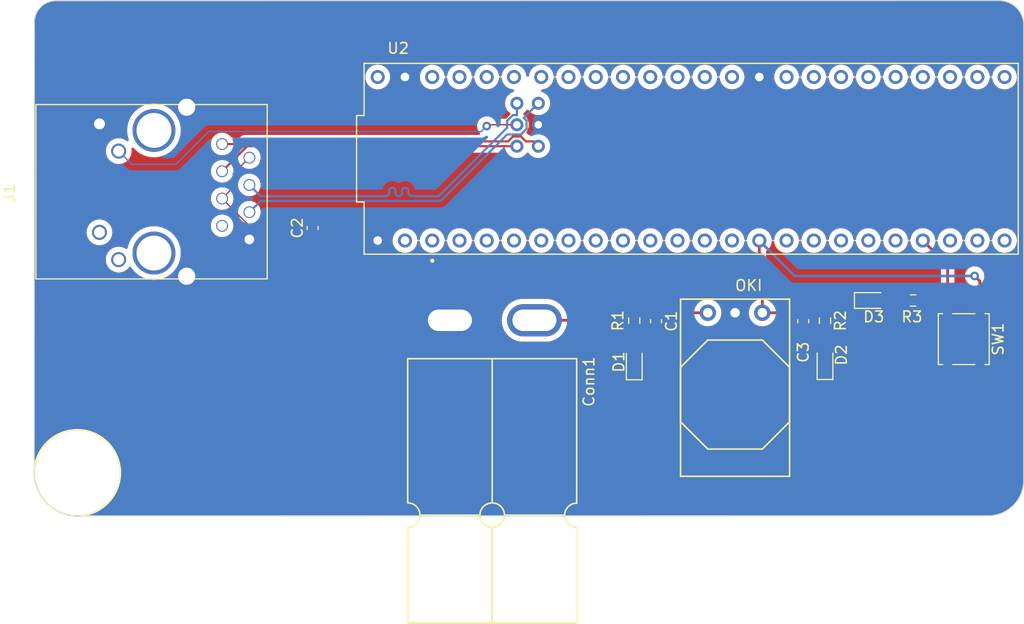
<source format=kicad_pcb>
(kicad_pcb (version 20221018) (generator pcbnew)
  (layers (0 "F.Cu" signal) (31 "B.Cu" signal) (34 "B.Paste" user) (35 "F.Paste" user) (36 "B.SilkS" user "B.Silkscreen") (37 "F.SilkS" user "F.Silkscreen") (38 "B.Mask" user) (39 "F.Mask" user) (44 "Edge.Cuts" user))
  (net 0 "")
  (net 1 "PV")
  (net 2 "GND")
  (net 3 "Net-(C2-Pad2)")
  (net 4 "+3V3")
  (net 5 "Net-(D1-A)")
  (net 6 "Net-(D2-A)")
  (net 7 "Net-(D3-A)")
  (net 9 "Net-(J1-Pad10)")
  (net 12 "Test_Button")
  (net 55 "/T+")
  (net 56 "/T-")
  (net 57 "/R+")
  (net 58 "/R-")
  (footprint "Capacitor_SMD:C_0603_1608Metric_Pad1.08x0.95mm_HandSolder" (layer "F.Cu") (at 56.924 47.3445 90)
    (fp_text reference "C2" (at 0 -1.43 90) (layer "F.SilkS"))
    (fp_text value "0.1uF")
    (fp_line (start -0.146267 -0.51) (end 0.146267 -0.51) (stroke (width 0.12)) (layer "F.SilkS"))
    (fp_line (start -0.146267 0.51) (end 0.146267 0.51) (stroke (width 0.12)) (layer "F.SilkS"))
    (pad "1" smd roundrect (at -0.8625 0 90) (size 1.075 0.95) (layers "F.Cu" "F.Paste" "F.Mask") (net 2 "GND"))
    (pad "2" smd roundrect (at 0.8625 0 90) (size 1.075 0.95) (layers "F.Cu" "F.Paste" "F.Mask") (net 3 "Net-(C2-Pad2)"))
  )
  (footprint "LED_SMD:LED_0603_1608Metric_Pad1.05x0.95mm_HandSolder" (layer "F.Cu") (at 109.079 54.102)
    (fp_text reference "D3" (at 0.141 1.524) (layer "F.SilkS"))
    (fp_text value "Green")
    (fp_line (start -1.66 -0.735) (end -1.66 0.735) (stroke (width 0.12)) (layer "F.SilkS"))
    (fp_line (start -1.66 0.735) (end 0.8 0.735) (stroke (width 0.12)) (layer "F.SilkS"))
    (fp_line (start 0.8 -0.735) (end -1.66 -0.735) (stroke (width 0.12)) (layer "F.SilkS"))
    (pad "1" smd roundrect (at -0.875 0) (size 1.05 0.95) (layers "F.Cu" "F.Paste" "F.Mask") (net 2 "GND"))
    (pad "2" smd roundrect (at 0.875 0) (size 1.05 0.95) (layers "F.Cu" "F.Paste" "F.Mask") (net 7 "Net-(D3-A)"))
  )
  (footprint "MRDT_Connectors:Square_Anderson_2_H_Side_By_Side_PV" (layer "F.Cu") (at 69.423 55.8202 90)
    (fp_text reference "Conn1" (at -5.85 13.25 90) (layer "F.SilkS"))
    (fp_text value "AndersonPP")
    (fp_line (start -28.344 -3.637) (end -28.344 12.111) (stroke (width 0.15)) (layer "F.SilkS"))
    (fp_line (start -28.3186 -3.637) (end -20.5716 -3.637) (stroke (width 0.15)) (layer "F.SilkS"))
    (fp_line (start -28.3186 4.2116) (end -19.4286 4.2116) (stroke (width 0.15)) (layer "F.SilkS"))
    (fp_line (start -20.597 12.111) (end -19.4286 12.111) (stroke (width 0.15)) (layer "F.SilkS"))
    (fp_line (start -20.5716 12.111) (end -28.3186 12.111) (stroke (width 0.15)) (layer "F.SilkS"))
    (fp_line (start -19.4286 -3.637) (end -20.6478 -3.637) (stroke (width 0.15)) (layer "F.SilkS"))
    (fp_line (start -18.2856 -2.494) (end -18.2856 -1.3256) (stroke (width 0.15)) (layer "F.SilkS"))
    (fp_line (start -18.2856 1.951) (end -18.2856 -1.3256) (stroke (width 0.15)) (layer "F.SilkS"))
    (fp_line (start -18.2856 1.951) (end -18.2856 3.094) (stroke (width 0.15)) (layer "F.SilkS"))
    (fp_line (start -18.2856 6.523) (end -18.2856 5.38) (stroke (width 0.15)) (layer "F.SilkS"))
    (fp_line (start -18.2856 6.523) (end -18.2856 9.825) (stroke (width 0.15)) (layer "F.SilkS"))
    (fp_line (start -18.2856 9.7996) (end -18.2856 10.968) (stroke (width 0.15)) (layer "F.SilkS"))
    (fp_line (start -16.025 -3.637) (end -17.1172 -3.637) (stroke (width 0.15)) (layer "F.SilkS"))
    (fp_line (start -15.9996 -3.637) (end -3.706 -3.637) (stroke (width 0.15)) (layer "F.SilkS"))
    (fp_line (start -15.9996 4.237) (end -17.1426 4.237) (stroke (width 0.15)) (layer "F.SilkS"))
    (fp_line (start -15.9996 4.237) (end -3.706 4.237) (stroke (width 0.15)) (layer "F.SilkS"))
    (fp_line (start -15.9996 12.111) (end -3.706 12.111) (stroke (width 0.15)) (layer "F.SilkS"))
    (fp_line (start -15.9742 12.111) (end -17.168 12.111) (stroke (width 0.15)) (layer "F.SilkS"))
    (fp_line (start -3.706 -3.637) (end -3.706 12.111) (stroke (width 0.15)) (layer "F.SilkS"))
    (fp_arc (start -19.4032 12.111) (mid -19.075863 11.320737) (end -18.2856 10.9934) (stroke (width 0.15)) (layer "F.SilkS"))
    (fp_arc (start -18.2856 -2.494) (mid -19.093823 -2.828777) (end -19.4286 -3.637) (stroke (width 0.15)) (layer "F.SilkS"))
    (fp_arc (start -18.2856 10.9934) (mid -17.495337 11.320737) (end -17.168 12.111) (stroke (width 0.15)) (layer "F.SilkS"))
    (fp_arc (start -17.1426 -3.637) (mid -17.477377 -2.828777) (end -18.2856 -2.494) (stroke (width 0.15)) (layer "F.SilkS"))
    (fp_circle (center -18.2856 4.237) (end -18.2856 5.38) (stroke (width 0.15)) (fill none) (layer "F.SilkS"))
    (pad "1" thru_hole oval (at -0.1246 0.3 90) (size 3 5.1) (drill oval 2 4.1) (layers "*.Cu" "*.Mask") (net 2 "GND"))
    (pad "4" thru_hole oval (at -0.1246 8.174 90) (size 3 5.1) (drill oval 2 4.1) (layers "*.Cu" "*.Mask") (net 1 "PV"))
  )
  (footprint "MRDT_Devices:OKI_Horizontal" (layer "F.Cu") (at 93.754 55.245)
    (fp_text reference "U1" hide)
    (fp_text value "OKI" (at 3.81 -2.54) (layer "F.SilkS"))
    (fp_line (start -2.54 -1.27) (end 7.62 -1.27) (stroke (width 0.15)) (layer "F.SilkS"))
    (fp_line (start -2.54 5.08) (end 0 2.54) (stroke (width 0.15)) (layer "F.SilkS"))
    (fp_line (start -2.54 10.16) (end -2.54 5.08) (stroke (width 0.15)) (layer "F.SilkS"))
    (fp_line (start -2.54 15.24) (end -2.54 -1.27) (stroke (width 0.15)) (layer "F.SilkS"))
    (fp_line (start -2.54 15.24) (end 7.62 15.24) (stroke (width 0.15)) (layer "F.SilkS"))
    (fp_line (start 0 2.54) (end 5.08 2.54) (stroke (width 0.15)) (layer "F.SilkS"))
    (fp_line (start 0 12.7) (end -2.54 10.16) (stroke (width 0.15)) (layer "F.SilkS"))
    (fp_line (start 5.08 2.54) (end 7.62 5.08) (stroke (width 0.15)) (layer "F.SilkS"))
    (fp_line (start 5.08 12.7) (end 0 12.7) (stroke (width 0.15)) (layer "F.SilkS"))
    (fp_line (start 7.62 -1.27) (end 7.62 15.24) (stroke (width 0.15)) (layer "F.SilkS"))
    (fp_line (start 7.62 5.08) (end 7.62 10.16) (stroke (width 0.15)) (layer "F.SilkS"))
    (fp_line (start 7.62 10.16) (end 5.08 12.7) (stroke (width 0.15)) (layer "F.SilkS"))
    (pad "1" thru_hole circle (at 0 0) (size 1.524 1.524) (drill 0.889) (layers "*.Cu" "*.Mask") (net 1 "PV"))
    (pad "2" thru_hole circle (at 2.54 0) (size 1.524 1.524) (drill 0.889) (layers "*.Cu" "*.Mask") (net 2 "GND"))
    (pad "3" thru_hole circle (at 5.08 0) (size 1.524 1.524) (drill 0.889) (layers "*.Cu" "*.Mask") (net 4 "+3V3"))
  )
  (footprint "LED_SMD:LED_0603_1608Metric_Pad1.05x0.95mm_HandSolder" (layer "F.Cu") (at 104.676 59.803 90)
    (fp_text reference "D2" (at 0.621 1.524 90) (layer "F.SilkS"))
    (fp_text value "Green")
    (fp_line (start -1.66 -0.735) (end -1.66 0.735) (stroke (width 0.12)) (layer "F.SilkS"))
    (fp_line (start -1.66 0.735) (end 0.8 0.735) (stroke (width 0.12)) (layer "F.SilkS"))
    (fp_line (start 0.8 -0.735) (end -1.66 -0.735) (stroke (width 0.12)) (layer "F.SilkS"))
    (pad "1" smd roundrect (at -0.875 0 90) (size 1.05 0.95) (layers "F.Cu" "F.Paste" "F.Mask") (net 2 "GND"))
    (pad "2" smd roundrect (at 0.875 0 90) (size 1.05 0.95) (layers "F.Cu" "F.Paste" "F.Mask") (net 6 "Net-(D2-A)"))
  )
  (footprint "Resistor_SMD:R_0603_1608Metric_Pad0.98x0.95mm_HandSolder" (layer "F.Cu") (at 112.8795 54.102 180)
    (fp_text reference "R3" (at 0.1035 -1.524) (layer "F.SilkS"))
    (fp_text value "120")
    (fp_line (start -0.254724 -0.5225) (end 0.254724 -0.5225) (stroke (width 0.12)) (layer "F.SilkS"))
    (fp_line (start -0.254724 0.5225) (end 0.254724 0.5225) (stroke (width 0.12)) (layer "F.SilkS"))
    (pad "1" smd roundrect (at -0.9125 0 180) (size 0.975 0.95) (layers "F.Cu" "F.Paste" "F.Mask") (net 12 "Test_Button"))
    (pad "2" smd roundrect (at 0.9125 0 180) (size 0.975 0.95) (layers "F.Cu" "F.Paste" "F.Mask") (net 7 "Net-(D3-A)"))
  )
  (footprint "Button_Switch_SMD:SW_SPST_TL3305A" (layer "F.Cu") (at 117.606 57.702 -90)
    (fp_text reference "SW1" (at 0 -3.2 90) (layer "F.SilkS"))
    (fp_text value "SW_Push")
    (fp_line (start -2.37 -2.37) (end -2.37 -1.97) (stroke (width 0.12)) (layer "F.SilkS"))
    (fp_line (start -2.37 -2.37) (end 2.37 -2.37) (stroke (width 0.12)) (layer "F.SilkS"))
    (fp_line (start -2.37 1.03) (end -2.37 -1.03) (stroke (width 0.12)) (layer "F.SilkS"))
    (fp_line (start -2.37 2.37) (end -2.37 1.97) (stroke (width 0.12)) (layer "F.SilkS"))
    (fp_line (start -2.37 2.37) (end 2.37 2.37) (stroke (width 0.12)) (layer "F.SilkS"))
    (fp_line (start 2.37 -2.37) (end 2.37 -1.97) (stroke (width 0.12)) (layer "F.SilkS"))
    (fp_line (start 2.37 1.03) (end 2.37 -1.03) (stroke (width 0.12)) (layer "F.SilkS"))
    (fp_line (start 2.37 2.37) (end 2.37 1.97) (stroke (width 0.12)) (layer "F.SilkS"))
    (pad "1" smd rect (at -3.6 -1.5 270) (size 1.6 1.4) (layers "F.Cu" "F.Paste" "F.Mask") (net 4 "+3V3"))
    (pad "1" smd rect (at 3.6 -1.5 270) (size 1.6 1.4) (layers "F.Cu" "F.Paste" "F.Mask") (net 4 "+3V3"))
    (pad "2" smd rect (at -3.6 1.5 270) (size 1.6 1.4) (layers "F.Cu" "F.Paste" "F.Mask") (net 12 "Test_Button"))
    (pad "2" smd rect (at 3.6 1.5 270) (size 1.6 1.4) (layers "F.Cu" "F.Paste" "F.Mask") (net 12 "Test_Button"))
  )
  (footprint "MRDT_Drill_Holes:4_40_Hole_Corner" (layer "F.Cu") (at 30.988 74.168)
    (fp_text reference "REF**" hide)
    (fp_text value "4_40_Hole" hide)
    (fp_circle (center 4.00812 -4.00812) (end 4.00812 0.00508) (stroke (width 0.15)) (fill none) (layer "F.SilkS"))
    (pad "" np_thru_hole circle (at 4.00812 -4.00812) (size 2.9464 2.9464) (drill 2.9464) (layers "*.Cu" "*.Mask") (clearance 2.5))
  )
  (footprint "Capacitor_SMD:C_0603_1608Metric_Pad1.08x0.95mm_HandSolder" (layer "F.Cu") (at 88.928 56.0335 -90)
    (fp_text reference "C1" (at 0 -1.43 90) (layer "F.SilkS"))
    (fp_text value "10uF")
    (fp_line (start -0.146267 -0.51) (end 0.146267 -0.51) (stroke (width 0.12)) (layer "F.SilkS"))
    (fp_line (start -0.146267 0.51) (end 0.146267 0.51) (stroke (width 0.12)) (layer "F.SilkS"))
    (pad "1" smd roundrect (at -0.8625 0 270) (size 1.075 0.95) (layers "F.Cu" "F.Paste" "F.Mask") (net 1 "PV"))
    (pad "2" smd roundrect (at 0.8625 0 270) (size 1.075 0.95) (layers "F.Cu" "F.Paste" "F.Mask") (net 2 "GND"))
  )
  (footprint "Resistor_SMD:R_0603_1608Metric_Pad0.98x0.95mm_HandSolder" (layer "F.Cu") (at 86.896 55.9835 -90)
    (fp_text reference "R1" (at 0 1.524 -90) (layer "F.SilkS"))
    (fp_text value "3K")
    (fp_line (start -0.254724 -0.5225) (end 0.254724 -0.5225) (stroke (width 0.12)) (layer "F.SilkS"))
    (fp_line (start -0.254724 0.5225) (end 0.254724 0.5225) (stroke (width 0.12)) (layer "F.SilkS"))
    (pad "1" smd roundrect (at -0.9125 0 270) (size 0.975 0.95) (layers "F.Cu" "F.Paste" "F.Mask") (net 1 "PV"))
    (pad "2" smd roundrect (at 0.9125 0 270) (size 0.975 0.95) (layers "F.Cu" "F.Paste" "F.Mask") (net 5 "Net-(D1-A)"))
  )
  (footprint "LED_SMD:LED_0603_1608Metric_Pad1.05x0.95mm_HandSolder" (layer "F.Cu") (at 86.896 59.831 90)
    (fp_text reference "D1" (at 0 -1.43 90) (layer "F.SilkS"))
    (fp_text value "Green")
    (fp_line (start -1.66 -0.735) (end -1.66 0.735) (stroke (width 0.12)) (layer "F.SilkS"))
    (fp_line (start -1.66 0.735) (end 0.8 0.735) (stroke (width 0.12)) (layer "F.SilkS"))
    (fp_line (start 0.8 -0.735) (end -1.66 -0.735) (stroke (width 0.12)) (layer "F.SilkS"))
    (pad "1" smd roundrect (at -0.875 0 90) (size 1.05 0.95) (layers "F.Cu" "F.Paste" "F.Mask") (net 2 "GND"))
    (pad "2" smd roundrect (at 0.875 0 90) (size 1.05 0.95) (layers "F.Cu" "F.Paste" "F.Mask") (net 5 "Net-(D1-A)"))
  )
  (footprint "MRDT_Connectors:RJ45_Teensy" (layer "F.Cu") (at 29.1405 44.092 -90)
    (fp_text reference "J1" (at 0 0.5 90) (layer "F.SilkS"))
    (fp_text value "RJ45_LED_Shielded")
    (fp_line (start -8.25 -23.55) (end 8 -23.55) (stroke (width 0.12)) (layer "F.SilkS"))
    (fp_line (start -8.25 -2) (end -8.25 -23.55) (stroke (width 0.12)) (layer "F.SilkS"))
    (fp_line (start -8.25 -2) (end 8 -2) (stroke (width 0.12)) (layer "F.SilkS"))
    (fp_line (start 8 -2) (end 8 -23.55) (stroke (width 0.12)) (layer "F.SilkS"))
    (pad "1" thru_hole circle (at -4.57 -19.35 270) (size 1.1 1.1) (drill 0.9) (layers "*.Cu" "*.Mask") (net 55 "/T+"))
    (pad "2" thru_hole circle (at -3.3 -21.89 270) (size 1.1 1.1) (drill 0.9) (layers "*.Cu" "*.Mask") (net 3 "Net-(C2-Pad2)"))
    (pad "3" thru_hole circle (at -2.03 -19.35 270) (size 1.1 1.1) (drill 0.9) (layers "*.Cu" "*.Mask") (net 56 "/T-"))
    (pad "4" thru_hole circle (at -0.76 -21.89 270) (size 1.1 1.1) (drill 0.9) (layers "*.Cu" "*.Mask") (net 57 "/R+"))
    (pad "5" thru_hole circle (at 0.51 -19.35 270) (size 1.1 1.1) (drill 0.9) (layers "*.Cu" "*.Mask") (net 3 "Net-(C2-Pad2)"))
    (pad "6" thru_hole circle (at 1.78 -21.89 270) (size 1.1 1.1) (drill 0.9) (layers "*.Cu" "*.Mask") (net 58 "/R-"))
    (pad "7" thru_hole circle (at 3.05 -19.35 270) (size 1.1 1.1) (drill 0.9) (layers "*.Cu" "*.Mask"))
    (pad "8" thru_hole circle (at 4.32 -21.89 270) (size 1.1 1.1) (drill 0.9) (layers "*.Cu" "*.Mask") (net 2 "GND"))
    (pad "9" thru_hole circle (at -6.45 -7.92 270) (size 1.4 1.4) (drill 1.02) (layers "*.Cu" "*.Mask") (net 2 "GND"))
    (pad "10" thru_hole circle (at -3.91 -9.71 270) (size 1.4 1.4) (drill 1.02) (layers "*.Cu" "*.Mask") (net 9 "Net-(J1-Pad10)"))
    (pad "11" thru_hole circle (at 3.66 -7.92 270) (size 1.4 1.4) (drill 1.02) (layers "*.Cu" "*.Mask"))
    (pad "12" thru_hole circle (at 6.2 -9.71 270) (size 1.4 1.4) (drill 1.02) (layers "*.Cu" "*.Mask"))
    (pad "13" thru_hole circle (at -5.84 -13 270) (size 4 4) (drill 3.25) (layers "*.Cu" "*.Mask"))
    (pad "14" thru_hole circle (at 5.59 -13 270) (size 4 4) (drill 3.25) (layers "*.Cu" "*.Mask"))
    (pad "SH" thru_hole circle (at -8 -16.05 270) (size 2 2) (drill 1.6) (layers "*.Cu" "*.Mask") (net 2 "GND"))
    (pad "SH" thru_hole circle (at 7.75 -16.05 270) (size 2 2) (drill 1.6) (layers "*.Cu" "*.Mask") (net 2 "GND"))
  )
  (footprint "Capacitor_SMD:C_0603_1608Metric_Pad1.08x0.95mm_HandSolder" (layer "F.Cu") (at 102.644 56.0335 -90)
    (fp_text reference "C3" (at 2.8945 0 90) (layer "F.SilkS"))
    (fp_text value "10uF")
    (fp_line (start -0.146267 -0.51) (end 0.146267 -0.51) (stroke (width 0.12)) (layer "F.SilkS"))
    (fp_line (start -0.146267 0.51) (end 0.146267 0.51) (stroke (width 0.12)) (layer "F.SilkS"))
    (pad "1" smd roundrect (at -0.8625 0 270) (size 1.075 0.95) (layers "F.Cu" "F.Paste" "F.Mask") (net 4 "+3V3"))
    (pad "2" smd roundrect (at 0.8625 0 270) (size 1.075 0.95) (layers "F.Cu" "F.Paste" "F.Mask") (net 2 "GND"))
  )
  (footprint "MRDT_Shields:Teensy_4_1_Ethernet" (layer "F.Cu") (at 92.202 40.894)
    (fp_text reference "U2" (at -27.305 -10.295) (layer "F.SilkS"))
    (fp_text value "Teensy4.1_DEV-16771")
    (fp_line (start -31.18 4.03) (end -31.18 -4.03) (stroke (width 0.127)) (layer "F.SilkS"))
    (fp_line (start -30.48 -8.89) (end -30.48 -4.03) (stroke (width 0.127)) (layer "F.SilkS"))
    (fp_line (start -30.48 -8.89) (end 30.48 -8.89) (stroke (width 0.127)) (layer "F.SilkS"))
    (fp_line (start -30.48 -4.03) (end -31.18 -4.03) (stroke (width 0.127)) (layer "F.SilkS"))
    (fp_line (start -30.48 4.03) (end -31.18 4.03) (stroke (width 0.127)) (layer "F.SilkS"))
    (fp_line (start -30.48 8.89) (end -30.48 4.03) (stroke (width 0.127)) (layer "F.SilkS"))
    (fp_line (start 30.48 -8.89) (end 30.48 8.89) (stroke (width 0.127)) (layer "F.SilkS"))
    (fp_line (start 30.48 8.89) (end -30.48 8.89) (stroke (width 0.127)) (layer "F.SilkS"))
    (fp_circle (center -24.13 9.5) (end -24.03 9.5) (stroke (width 0.2)) (fill none) (layer "F.SilkS"))
    (pad "0" thru_hole circle (at -26.67 7.62) (size 1.308 1.308) (drill 0.8) (layers "*.Cu" "*.Mask"))
    (pad "1" thru_hole circle (at -24.13 7.62) (size 1.308 1.308) (drill 0.8) (layers "*.Cu" "*.Mask"))
    (pad "2" thru_hole circle (at -21.59 7.62) (size 1.308 1.308) (drill 0.8) (layers "*.Cu" "*.Mask"))
    (pad "3" thru_hole circle (at -19.05 7.62) (size 1.308 1.308) (drill 0.8) (layers "*.Cu" "*.Mask"))
    (pad "3.3V_1" thru_hole circle (at 6.35 7.62) (size 1.308 1.308) (drill 0.8) (layers "*.Cu" "*.Mask") (net 4 "+3V3"))
    (pad "3.3V_2" thru_hole circle (at -24.13 -7.62) (size 1.308 1.308) (drill 0.8) (layers "*.Cu" "*.Mask") (net 4 "+3V3"))
    (pad "4" thru_hole circle (at -16.51 7.62) (size 1.308 1.308) (drill 0.8) (layers "*.Cu" "*.Mask"))
    (pad "5" thru_hole circle (at -13.97 7.62) (size 1.308 1.308) (drill 0.8) (layers "*.Cu" "*.Mask"))
    (pad "6" thru_hole circle (at -11.43 7.62) (size 1.308 1.308) (drill 0.8) (layers "*.Cu" "*.Mask"))
    (pad "7" thru_hole circle (at -8.89 7.62) (size 1.308 1.308) (drill 0.8) (layers "*.Cu" "*.Mask"))
    (pad "8" thru_hole circle (at -6.35 7.62) (size 1.308 1.308) (drill 0.8) (layers "*.Cu" "*.Mask"))
    (pad "9" thru_hole circle (at -3.81 7.62) (size 1.308 1.308) (drill 0.8) (layers "*.Cu" "*.Mask"))
    (pad "10" thru_hole circle (at -1.27 7.62) (size 1.308 1.308) (drill 0.8) (layers "*.Cu" "*.Mask"))
    (pad "11" thru_hole circle (at 1.27 7.62) (size 1.308 1.308) (drill 0.8) (layers "*.Cu" "*.Mask"))
    (pad "12" thru_hole circle (at 3.81 7.62) (size 1.308 1.308) (drill 0.8) (layers "*.Cu" "*.Mask"))
    (pad "13" thru_hole circle (at 3.81 -7.62) (size 1.308 1.308) (drill 0.8) (layers "*.Cu" "*.Mask"))
    (pad "14" thru_hole circle (at 1.27 -7.62) (size 1.308 1.308) (drill 0.8) (layers "*.Cu" "*.Mask"))
    (pad "15" thru_hole circle (at -1.27 -7.62) (size 1.308 1.308) (drill 0.8) (layers "*.Cu" "*.Mask"))
    (pad "16" thru_hole circle (at -3.81 -7.62) (size 1.308 1.308) (drill 0.8) (layers "*.Cu" "*.Mask"))
    (pad "17" thru_hole circle (at -6.35 -7.62) (size 1.308 1.308) (drill 0.8) (layers "*.Cu" "*.Mask"))
    (pad "18" thru_hole circle (at -8.89 -7.62) (size 1.308 1.308) (drill 0.8) (layers "*.Cu" "*.Mask"))
    (pad "19" thru_hole circle (at -11.43 -7.62) (size 1.308 1.308) (drill 0.8) (layers "*.Cu" "*.Mask"))
    (pad "20" thru_hole circle (at -13.97 -7.62) (size 1.308 1.308) (drill 0.8) (layers "*.Cu" "*.Mask"))
    (pad "21" thru_hole circle (at -16.51 -7.62) (size 1.308 1.308) (drill 0.8) (layers "*.Cu" "*.Mask"))
    (pad "22" thru_hole circle (at -19.05 -7.62) (size 1.308 1.308) (drill 0.8) (layers "*.Cu" "*.Mask"))
    (pad "23" thru_hole circle (at -21.59 -7.62) (size 1.308 1.308) (drill 0.8) (layers "*.Cu" "*.Mask"))
    (pad "24" thru_hole circle (at 8.89 7.62) (size 1.308 1.308) (drill 0.8) (layers "*.Cu" "*.Mask"))
    (pad "25" thru_hole circle (at 11.43 7.62) (size 1.308 1.308) (drill 0.8) (layers "*.Cu" "*.Mask"))
    (pad "26" thru_hole circle (at 13.97 7.62) (size 1.308 1.308) (drill 0.8) (layers "*.Cu" "*.Mask"))
    (pad "27" thru_hole circle (at 16.51 7.62) (size 1.308 1.308) (drill 0.8) (layers "*.Cu" "*.Mask"))
    (pad "28" thru_hole circle (at 19.05 7.62) (size 1.308 1.308) (drill 0.8) (layers "*.Cu" "*.Mask"))
    (pad "29" thru_hole circle (at 21.59 7.62) (size 1.308 1.308) (drill 0.8) (layers "*.Cu" "*.Mask") (net 12 "Test_Button"))
    (pad "30" thru_hole circle (at 24.13 7.62) (size 1.308 1.308) (drill 0.8) (layers "*.Cu" "*.Mask"))
    (pad "31" thru_hole circle (at 26.67 7.62) (size 1.308 1.308) (drill 0.8) (layers "*.Cu" "*.Mask"))
    (pad "32" thru_hole circle (at 29.21 7.62) (size 1.308 1.308) (drill 0.8) (layers "*.Cu" "*.Mask"))
    (pad "33" thru_hole circle (at 29.21 -7.62) (size 1.308 1.308) (drill 0.8) (layers "*.Cu" "*.Mask"))
    (pad "34" thru_hole circle (at 26.67 -7.62) (size 1.308 1.308) (drill 0.8) (layers "*.Cu" "*.Mask"))
    (pad "35" thru_hole circle (at 24.13 -7.62) (size 1.308 1.308) (drill 0.8) (layers "*.Cu" "*.Mask"))
    (pad "36" thru_hole circle (at 21.59 -7.62) (size 1.308 1.308) (drill 0.8) (layers "*.Cu" "*.Mask"))
    (pad "37" thru_hole circle (at 19.05 -7.62) (size 1.308 1.308) (drill 0.8) (layers "*.Cu" "*.Mask"))
    (pad "38" thru_hole circle (at 16.51 -7.62) (size 1.308 1.308) (drill 0.8) (layers "*.Cu" "*.Mask"))
    (pad "39" thru_hole circle (at 13.97 -7.62) (size 1.308 1.308) (drill 0.8) (layers "*.Cu" "*.Mask"))
    (pad "40" thru_hole circle (at 11.43 -7.62) (size 1.308 1.308) (drill 0.8) (layers "*.Cu" "*.Mask"))
    (pad "41" thru_hole circle (at 8.89 -7.62) (size 1.308 1.308) (drill 0.8) (layers "*.Cu" "*.Mask"))
    (pad "GND1" thru_hole circle (at -29.21 7.62) (size 1.308 1.308) (drill 0.8) (layers "*.Cu" "*.Mask") (net 2 "GND"))
    (pad "GND2" thru_hole circle (at 6.35 -7.62) (size 1.308 1.308) (drill 0.8) (layers "*.Cu" "*.Mask") (net 2 "GND"))
    (pad "GND3" thru_hole circle (at -26.67 -7.62) (size 1.308 1.308) (drill 0.8) (layers "*.Cu" "*.Mask") (net 2 "GND"))
    (pad "GND5" thru_hole circle (at -14.24 -3.17) (size 1.208 1.208) (drill 0.7) (layers "*.Cu" "*.Mask") (net 2 "GND"))
    (pad "LED" thru_hole circle (at -16.24 -3.17) (size 1.208 1.208) (drill 0.7) (layers "*.Cu" "*.Mask") (net 9 "Net-(J1-Pad10)"))
    (pad "R+" thru_hole circle (at -16.24 -5.17) (size 1.208 1.208) (drill 0.7) (layers "*.Cu" "*.Mask") (net 57 "/R+"))
    (pad "R-" thru_hole circle (at -14.24 -5.17) (size 1.208 1.208) (drill 0.7) (layers "*.Cu" "*.Mask") (net 58 "/R-"))
    (pad "T+" thru_hole circle (at -14.24 -1.17) (size 1.208 1.208) (drill 0.7) (layers "*.Cu" "*.Mask") (net 55 "/T+"))
    (pad "T-" thru_hole circle (at -16.24 -1.17) (size 1.208 1.208) (drill 0.7) (layers "*.Cu" "*.Mask") (net 56 "/T-"))
    (pad "VIN" thru_hole circle (at -29.21 -7.62) (size 1.308 1.308) (drill 0.8) (layers "*.Cu" "*.Mask"))
  )
  (footprint "Resistor_SMD:R_0603_1608Metric_Pad0.98x0.95mm_HandSolder" (layer "F.Cu") (at 104.676 55.9835 -90)
    (fp_text reference "R2" (at 0 -1.43 -90) (layer "F.SilkS"))
    (fp_text value "120")
    (fp_line (start -0.254724 -0.5225) (end 0.254724 -0.5225) (stroke (width 0.12)) (layer "F.SilkS"))
    (fp_line (start -0.254724 0.5225) (end 0.254724 0.5225) (stroke (width 0.12)) (layer "F.SilkS"))
    (pad "1" smd roundrect (at -0.9125 0 270) (size 0.975 0.95) (layers "F.Cu" "F.Paste" "F.Mask") (net 4 "+3V3"))
    (pad "2" smd roundrect (at 0.9125 0 270) (size 0.975 0.95) (layers "F.Cu" "F.Paste" "F.Mask") (net 6 "Net-(D2-A)"))
  )
  (gr_line (start 33.02 26.162) (end 120.904 26.147933) (stroke (width 0.1)) (layer "Edge.Cuts"))
  (gr_arc (start 31.003691 28.446039) (mid 31.496654 26.849217) (end 33.02 26.162) (stroke (width 0.1)) (layer "Edge.Cuts"))
  (gr_arc (start 35.052 74.175929) (mid 32.26396 73.071733) (end 30.988001 70.358) (stroke (width 0.1)) (layer "Edge.Cuts"))
  (gr_line (start 119.888 74.168) (end 35.052 74.175929) (stroke (width 0.1)) (layer "Edge.Cuts"))
  (gr_arc (start 120.904 26.147933) (mid 122.437964 26.734156) (end 123.189999 28.194) (stroke (width 0.1)) (layer "Edge.Cuts"))
  (gr_arc (start 123.19 70.866) (mid 122.222867 73.200867) (end 119.888 74.168) (stroke (width 0.1)) (layer "Edge.Cuts"))
  (gr_line (start 30.988001 70.358) (end 31.003691 28.446039) (stroke (width 0.1)) (layer "Edge.Cuts"))
  (gr_line (start 123.189999 28.194) (end 123.19 70.866) (stroke (width 0.1)) (layer "Edge.Cuts"))
  (segment (start 88.828 55.071) (end 88.928 55.171) (width 0.254) (layer "F.Cu") (net 1))
  (segment (start 86.896 55.071) (end 85.899 55.071) (width 0.254) (layer "F.Cu") (net 1))
  (segment (start 85.899 55.071) (end 85.0252 55.9448) (width 0.254) (layer "F.Cu") (net 1))
  (segment (start 86.896 55.071) (end 88.828 55.071) (width 0.254) (layer "F.Cu") (net 1))
  (segment (start 89.002 55.245) (end 93.754 55.245) (width 0.254) (layer "F.Cu") (net 1))
  (segment (start 85.0252 55.9448) (end 77.597 55.9448) (width 0.254) (layer "F.Cu") (net 1))
  (segment (start 88.928 55.171) (end 89.002 55.245) (width 0.254) (layer "F.Cu") (net 1))
  (segment (start 49.53 42.2925) (end 51.0305 40.792) (width 0.127) (layer "F.Cu") (net 3))
  (segment (start 50.8785 46.99) (end 56.416 46.99) (width 0.127) (layer "F.Cu") (net 3))
  (segment (start 48.4905 44.602) (end 50.8785 46.99) (width 0.127) (layer "F.Cu") (net 3))
  (segment (start 48.4905 44.602) (end 49.53 43.5625) (width 0.127) (layer "F.Cu") (net 3))
  (segment (start 49.53 43.5625) (end 49.53 42.2925) (width 0.127) (layer "F.Cu") (net 3))
  (segment (start 56.416 46.99) (end 56.924 46.482) (width 0.127) (layer "F.Cu") (net 3))
  (segment (start 98.834 53.114) (end 98.552 52.832) (width 0.254) (layer "F.Cu") (net 4))
  (segment (start 102.644 55.171) (end 104.576 55.171) (width 0.254) (layer "F.Cu") (net 4))
  (segment (start 102.57 55.245) (end 102.644 55.171) (width 0.254) (layer "F.Cu") (net 4))
  (segment (start 98.834 55.245) (end 98.834 53.114) (width 0.254) (layer "F.Cu") (net 4))
  (segment (start 119.106 54.102) (end 119.106 61.302) (width 0.25) (layer "F.Cu") (net 4))
  (segment (start 98.834 55.245) (end 102.57 55.245) (width 0.254) (layer "F.Cu") (net 4))
  (segment (start 119.106 52.304) (end 118.618 51.816) (width 0.25) (layer "F.Cu") (net 4))
  (segment (start 98.552 52.832) (end 98.552 48.514) (width 0.254) (layer "F.Cu") (net 4))
  (segment (start 104.576 55.171) (end 104.676 55.071) (width 0.254) (layer "F.Cu") (net 4))
  (segment (start 119.106 54.102) (end 119.106 52.304) (width 0.25) (layer "F.Cu") (net 4))
  (via (at 118.618 51.816) (size 0.8) (drill 0.4) (layers "F.Cu" "B.Cu") (net 4))
  (segment (start 118.618 51.816) (end 101.854 51.816) (width 0.25) (layer "B.Cu") (net 4))
  (segment (start 101.854 51.816) (end 98.552 48.514) (width 0.25) (layer "B.Cu") (net 4))
  (segment (start 86.896 58.956) (end 86.896 56.896) (width 0.254) (layer "F.Cu") (net 5))
  (segment (start 104.676 56.896) (end 104.676 58.928) (width 0.254) (layer "F.Cu") (net 6))
  (segment (start 109.954 54.102) (end 111.967 54.102) (width 0.254) (layer "F.Cu") (net 7))
  (segment (start 73.152 37.846) (end 73.274 37.724) (width 0.127) (layer "F.Cu") (net 9))
  (segment (start 73.274 37.724) (end 75.962 37.724) (width 0.127) (layer "F.Cu") (net 9))
  (via (at 73.152 37.846) (size 0.8) (drill 0.4) (layers "F.Cu" "B.Cu") (net 9))
  (segment (start 38.8505 40.182) (end 40.0705 41.402) (width 0.127) (layer "B.Cu") (net 9))
  (segment (start 43.942 41.402) (end 44.196 41.402) (width 0.127) (layer "B.Cu") (net 9))
  (segment (start 40.0705 41.402) (end 43.942 41.402) (width 0.127) (layer "B.Cu") (net 9))
  (segment (start 72.644 38.354) (end 73.152 37.846) (width 0.127) (layer "B.Cu") (net 9))
  (segment (start 44.196 41.402) (end 47.244 38.354) (width 0.127) (layer "B.Cu") (net 9))
  (segment (start 47.244 38.354) (end 72.644 38.354) (width 0.127) (layer "B.Cu") (net 9))
  (segment (start 116.106 54.102) (end 116.106 50.828) (width 0.254) (layer "F.Cu") (net 12))
  (segment (start 116.106 50.828) (end 113.792 48.514) (width 0.254) (layer "F.Cu") (net 12))
  (segment (start 116.106 54.102) (end 116.106 61.302) (width 0.254) (layer "F.Cu") (net 12))
  (segment (start 116.106 54.102) (end 113.792 54.102) (width 0.254) (layer "F.Cu") (net 12))
  (segment (start 76.33645 38.82) (end 76.79045 39.274) (width 0.2) (layer "F.Cu") (net 55))
  (segment (start 75.58755 38.82) (end 76.33645 38.82) (width 0.2) (layer "F.Cu") (net 55))
  (segment (start 76.79045 39.274) (end 77.512 39.274) (width 0.2) (layer "F.Cu") (net 55))
  (segment (start 50.642103 39.274) (end 75.13355 39.274) (width 0.2) (layer "F.Cu") (net 55))
  (segment (start 50.394103 39.522) (end 50.642103 39.274) (width 0.2) (layer "F.Cu") (net 55))
  (segment (start 75.13355 39.274) (end 75.58755 38.82) (width 0.2) (layer "F.Cu") (net 55))
  (segment (start 48.4905 39.522) (end 50.394103 39.522) (width 0.2) (layer "F.Cu") (net 55))
  (segment (start 77.512 39.274) (end 77.962 39.724) (width 0.2) (layer "F.Cu") (net 55))
  (segment (start 75.962 39.724) (end 65.532 39.724) (width 0.2) (layer "F.Cu") (net 56))
  (segment (start 50.8285 39.724) (end 48.4905 42.062) (width 0.2) (layer "F.Cu") (net 56))
  (segment (start 59.263165 39.724) (end 50.8285 39.724) (width 0.2) (layer "F.Cu") (net 56))
  (segment (start 64.032 40.024) (end 64.032 40.105712) (width 0.2) (layer "F.Cu") (net 56))
  (segment (start 65.232 40.024) (end 65.232 40.105737) (width 0.2) (layer "F.Cu") (net 56))
  (segment (start 64.632 40.105737) (end 64.632 40.024) (width 0.2) (layer "F.Cu") (net 56))
  (segment (start 63.132 39.724) (end 59.263165 39.724) (width 0.2) (layer "F.Cu") (net 56))
  (segment (start 63.432 40.105712) (end 63.432 40.024) (width 0.2) (layer "F.Cu") (net 56))
  (arc (start 65.532 39.724) (mid 65.319868 39.811868) (end 65.232 40.024) (width 0.2) (layer "F.Cu") (net 56))
  (arc (start 63.732 40.405712) (mid 63.519868 40.317844) (end 63.432 40.105712) (width 0.2) (layer "F.Cu") (net 56))
  (arc (start 65.232 40.105737) (mid 65.144132 40.317869) (end 64.932 40.405737) (width 0.2) (layer "F.Cu") (net 56))
  (arc (start 64.632 40.024) (mid 64.544132 39.811868) (end 64.332 39.724) (width 0.2) (layer "F.Cu") (net 56))
  (arc (start 63.432 40.024) (mid 63.344132 39.811868) (end 63.132 39.724) (width 0.2) (layer "F.Cu") (net 56))
  (arc (start 64.332 39.724) (mid 64.119868 39.811868) (end 64.032 40.024) (width 0.2) (layer "F.Cu") (net 56))
  (arc (start 64.032 40.105712) (mid 63.944132 40.317844) (end 63.732 40.405712) (width 0.2) (layer "F.Cu") (net 56))
  (arc (start 64.932 40.405737) (mid 64.719868 40.317869) (end 64.632 40.105737) (width 0.2) (layer "F.Cu") (net 56))
  (segment (start 68.672604 44.376999) (end 75.058 37.991603) (width 0.2) (layer "B.Cu") (net 57))
  (segment (start 65.254 44.076999) (end 65.254 43.88535) (width 0.2) (layer "B.Cu") (net 57))
  (segment (start 52.075499 44.376999) (end 63.754 44.376999) (width 0.2) (layer "B.Cu") (net 57))
  (segment (start 64.054 44.076999) (end 64.054 43.885349) (width 0.2) (layer "B.Cu") (net 57))
  (segment (start 75.962 36.82) (end 75.962 35.724) (width 0.2) (layer "B.Cu") (net 57))
  (segment (start 75.058 37.991603) (end 75.058 37.34955) (width 0.2) (layer "B.Cu") (net 57))
  (segment (start 51.0305 43.332) (end 52.075499 44.376999) (width 0.2) (layer "B.Cu") (net 57))
  (segment (start 64.654 43.885349) (end 64.654 44.076999) (width 0.2) (layer "B.Cu") (net 57))
  (segment (start 75.058 37.34955) (end 75.58755 36.82) (width 0.2) (layer "B.Cu") (net 57))
  (segment (start 65.854 43.88535) (end 65.854 44.076999) (width 0.2) (layer "B.Cu") (net 57))
  (segment (start 66.154 44.376999) (end 68.672604 44.376999) (width 0.2) (layer "B.Cu") (net 57))
  (segment (start 75.58755 36.82) (end 75.962 36.82) (width 0.2) (layer "B.Cu") (net 57))
  (arc (start 64.354 43.585349) (mid 64.566132 43.673217) (end 64.654 43.885349) (width 0.2) (layer "B.Cu") (net 57))
  (arc (start 63.754 44.376999) (mid 63.966132 44.289131) (end 64.054 44.076999) (width 0.2) (layer "B.Cu") (net 57))
  (arc (start 65.254 43.88535) (mid 65.341868 43.673218) (end 65.554 43.58535) (width 0.2) (layer "B.Cu") (net 57))
  (arc (start 64.954 44.376999) (mid 65.166132 44.289131) (end 65.254 44.076999) (width 0.2) (layer "B.Cu") (net 57))
  (arc (start 64.654 44.076999) (mid 64.741868 44.289131) (end 64.954 44.376999) (width 0.2) (layer "B.Cu") (net 57))
  (arc (start 64.054 43.885349) (mid 64.141868 43.673217) (end 64.354 43.585349) (width 0.2) (layer "B.Cu") (net 57))
  (arc (start 65.554 43.58535) (mid 65.766132 43.673218) (end 65.854 43.88535) (width 0.2) (layer "B.Cu") (net 57))
  (arc (start 65.854 44.076999) (mid 65.941868 44.289131) (end 66.154 44.376999) (width 0.2) (layer "B.Cu") (net 57))
  (segment (start 76.866 37.34955) (end 76.601225 37.084775) (width 0.2) (layer "B.Cu") (net 58))
  (segment (start 75.058 38.628) (end 76.33645 38.628) (width 0.2) (layer "B.Cu") (net 58))
  (segment (start 76.601225 37.084775) (end 77.962 35.724) (width 0.2) (layer "B.Cu") (net 58))
  (segment (start 68.858999 44.827001) (end 75.058 38.628) (width 0.2) (layer "B.Cu") (net 58))
  (segment (start 52.075499 44.827001) (end 68.858999 44.827001) (width 0.2) (layer "B.Cu") (net 58))
  (segment (start 76.33645 38.628) (end 76.866 38.09845) (width 0.2) (layer "B.Cu") (net 58))
  (segment (start 76.866 38.09845) (end 76.866 37.34955) (width 0.2) (layer "B.Cu") (net 58))
  (segment (start 51.0305 45.872) (end 52.075499 44.827001) (width 0.2) (layer "B.Cu") (net 58))
  (zone (net 2) (net_name "GND") (layer "F.Cu") (connect_pads yes (clearance 0.5)) (min_thickness 0.25) (fill yes (thermal_gap 0.5) (thermal_bridge_width 0.5))
    (polygon (pts (xy 123.19 26.162) (xy 30.988 26.162) (xy 30.988 74.168) (xy 123.19 74.168)))
  )
  (zone (net 2) (net_name "GND") (layer "B.Cu") (priority 1) (connect_pads yes (clearance 0.5)) (min_thickness 0.25) (fill yes (thermal_gap 0.5) (thermal_bridge_width 0.5))
    (polygon (pts (xy 123.19 26.162) (xy 123.19 74.168) (xy 30.988 74.168) (xy 30.988 26.162)))
  )
)
</source>
